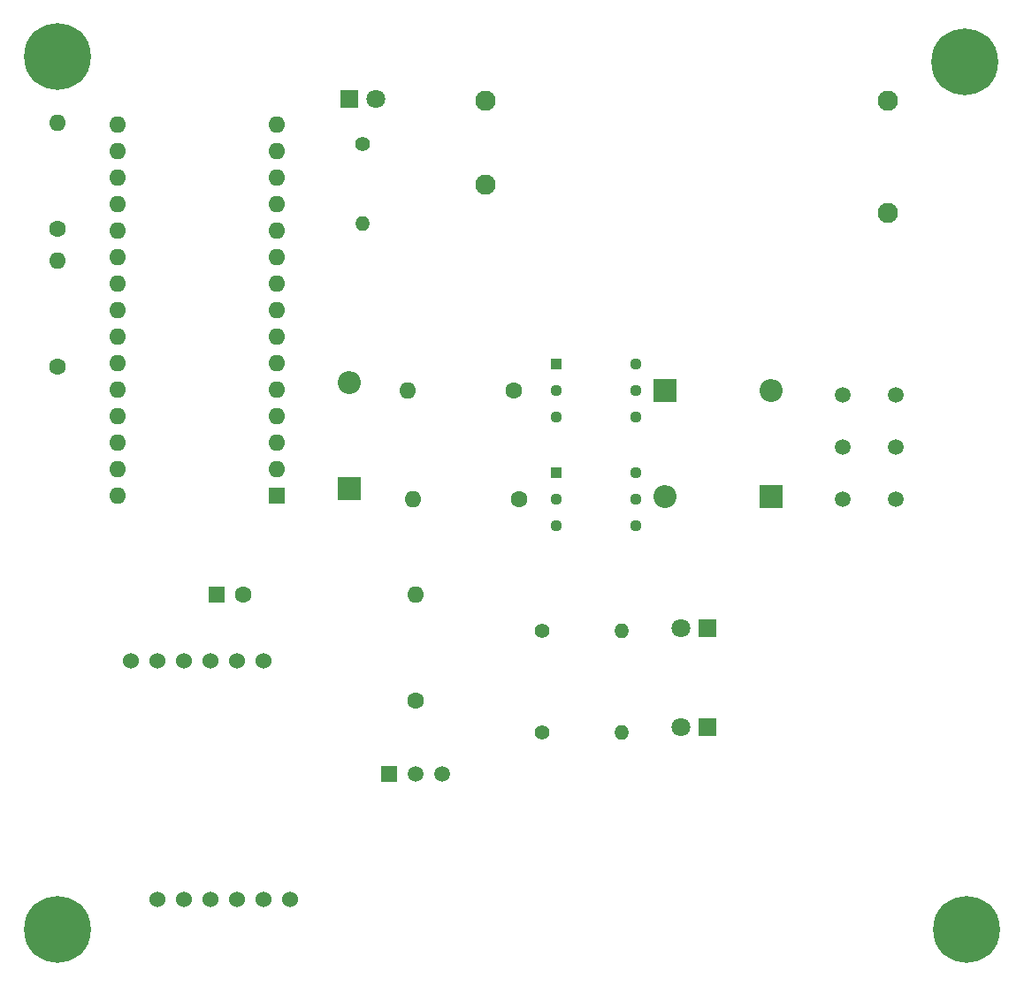
<source format=gbr>
%TF.GenerationSoftware,KiCad,Pcbnew,(5.1.8)-1*%
%TF.CreationDate,2021-06-27T10:57:54+02:00*%
%TF.ProjectId,controleur_radiateur,636f6e74-726f-46c6-9575-725f72616469,rev?*%
%TF.SameCoordinates,Original*%
%TF.FileFunction,Soldermask,Bot*%
%TF.FilePolarity,Negative*%
%FSLAX46Y46*%
G04 Gerber Fmt 4.6, Leading zero omitted, Abs format (unit mm)*
G04 Created by KiCad (PCBNEW (5.1.8)-1) date 2021-06-27 10:57:54*
%MOMM*%
%LPD*%
G01*
G04 APERTURE LIST*
%ADD10O,2.200000X2.200000*%
%ADD11R,2.200000X2.200000*%
%ADD12R,1.500000X1.500000*%
%ADD13C,1.500000*%
%ADD14O,1.400000X1.400000*%
%ADD15C,1.400000*%
%ADD16C,6.400000*%
%ADD17C,0.800000*%
%ADD18C,1.950000*%
%ADD19C,1.110000*%
%ADD20R,1.110000X1.110000*%
%ADD21C,1.524000*%
%ADD22O,1.600000X1.600000*%
%ADD23C,1.600000*%
%ADD24C,1.800000*%
%ADD25R,1.800000X1.800000*%
%ADD26R,1.600000X1.600000*%
G04 APERTURE END LIST*
D10*
%TO.C,D1*%
X132080000Y-95250000D03*
D11*
X132080000Y-105410000D03*
%TD*%
D12*
%TO.C,U4*%
X135890000Y-132715000D03*
D13*
X140970000Y-132715000D03*
X138430000Y-132715000D03*
%TD*%
D14*
%TO.C,R6*%
X158115000Y-118999000D03*
D15*
X150495000Y-118999000D03*
%TD*%
D14*
%TO.C,R5*%
X158115000Y-128778000D03*
D15*
X150495000Y-128778000D03*
%TD*%
D14*
%TO.C,R4*%
X133350000Y-80010000D03*
D15*
X133350000Y-72390000D03*
%TD*%
D16*
%TO.C,REF\u002A\u002A*%
X104140000Y-147604000D03*
D17*
X106540000Y-147604000D03*
X105837056Y-149301056D03*
X104140000Y-150004000D03*
X102442944Y-149301056D03*
X101740000Y-147604000D03*
X102442944Y-145906944D03*
X104140000Y-145204000D03*
X105837056Y-145906944D03*
%TD*%
%TO.C,REF\u002A\u002A*%
X192705056Y-62818944D03*
X191008000Y-62116000D03*
X189310944Y-62818944D03*
X188608000Y-64516000D03*
X189310944Y-66213056D03*
X191008000Y-66916000D03*
X192705056Y-66213056D03*
X193408000Y-64516000D03*
D16*
X191008000Y-64516000D03*
%TD*%
%TO.C,REF\u002A\u002A*%
X104140000Y-64008000D03*
D17*
X106540000Y-64008000D03*
X105837056Y-65705056D03*
X104140000Y-66408000D03*
X102442944Y-65705056D03*
X101740000Y-64008000D03*
X102442944Y-62310944D03*
X104140000Y-61608000D03*
X105837056Y-62310944D03*
%TD*%
D16*
%TO.C,REF\u002A\u002A*%
X191135000Y-147604000D03*
D17*
X193535000Y-147604000D03*
X192832056Y-149301056D03*
X191135000Y-150004000D03*
X189437944Y-149301056D03*
X188735000Y-147604000D03*
X189437944Y-145906944D03*
X191135000Y-145204000D03*
X192832056Y-145906944D03*
%TD*%
D18*
%TO.C,U5*%
X145088000Y-76220000D03*
X183588000Y-78970000D03*
X145088000Y-68220000D03*
X183588000Y-68220000D03*
%TD*%
D19*
%TO.C,U3*%
X159512000Y-103886000D03*
X159512000Y-106426000D03*
X159512000Y-108966000D03*
X151892000Y-108966000D03*
X151892000Y-106426000D03*
D20*
X151892000Y-103886000D03*
%TD*%
D19*
%TO.C,U2*%
X159512000Y-93472000D03*
X159512000Y-96012000D03*
X159512000Y-98552000D03*
X151892000Y-98552000D03*
X151892000Y-96012000D03*
D20*
X151892000Y-93472000D03*
%TD*%
D21*
%TO.C,U1*%
X126365000Y-144780000D03*
X123825000Y-144780000D03*
X121285000Y-144780000D03*
X118745000Y-144780000D03*
X116205000Y-144780000D03*
X113665000Y-144780000D03*
X123825000Y-121920000D03*
X121285000Y-121920000D03*
X118745000Y-121920000D03*
X116205000Y-121920000D03*
X113665000Y-121920000D03*
X111125000Y-121920000D03*
%TD*%
D22*
%TO.C,R9*%
X138430000Y-115570000D03*
D23*
X138430000Y-125730000D03*
%TD*%
D22*
%TO.C,R8*%
X138176000Y-106426000D03*
D23*
X148336000Y-106426000D03*
%TD*%
D22*
%TO.C,R7*%
X137668000Y-96012000D03*
D23*
X147828000Y-96012000D03*
%TD*%
D22*
%TO.C,R3*%
X104140000Y-83566000D03*
D23*
X104140000Y-93726000D03*
%TD*%
D22*
%TO.C,R2*%
X104140000Y-70358000D03*
D23*
X104140000Y-80518000D03*
%TD*%
D13*
%TO.C,J1*%
X184404000Y-96426000D03*
X179324000Y-96426000D03*
X184404000Y-106426000D03*
X179324000Y-101426000D03*
X179324000Y-106426000D03*
X184404000Y-101426000D03*
%TD*%
D10*
%TO.C,D7*%
X162306000Y-106172000D03*
D11*
X172466000Y-106172000D03*
%TD*%
D10*
%TO.C,D6*%
X172466000Y-96012000D03*
D11*
X162306000Y-96012000D03*
%TD*%
D24*
%TO.C,D5*%
X163830000Y-118745000D03*
D25*
X166370000Y-118745000D03*
%TD*%
D24*
%TO.C,D4*%
X163830000Y-128270000D03*
D25*
X166370000Y-128270000D03*
%TD*%
D24*
%TO.C,D2*%
X134620000Y-68072000D03*
D25*
X132080000Y-68072000D03*
%TD*%
D23*
%TO.C,C1*%
X121880000Y-115570000D03*
D26*
X119380000Y-115570000D03*
%TD*%
%TO.C,A1*%
X125095000Y-106045000D03*
D22*
X109855000Y-73025000D03*
X125095000Y-103505000D03*
X109855000Y-75565000D03*
X125095000Y-100965000D03*
X109855000Y-78105000D03*
X125095000Y-98425000D03*
X109855000Y-80645000D03*
X125095000Y-95885000D03*
X109855000Y-83185000D03*
X125095000Y-93345000D03*
X109855000Y-85725000D03*
X125095000Y-90805000D03*
X109855000Y-88265000D03*
X125095000Y-88265000D03*
X109855000Y-90805000D03*
X125095000Y-85725000D03*
X109855000Y-93345000D03*
X125095000Y-83185000D03*
X109855000Y-95885000D03*
X125095000Y-80645000D03*
X109855000Y-98425000D03*
X125095000Y-78105000D03*
X109855000Y-100965000D03*
X125095000Y-75565000D03*
X109855000Y-103505000D03*
X125095000Y-73025000D03*
X109855000Y-106045000D03*
X125095000Y-70485000D03*
X109855000Y-70485000D03*
%TD*%
M02*

</source>
